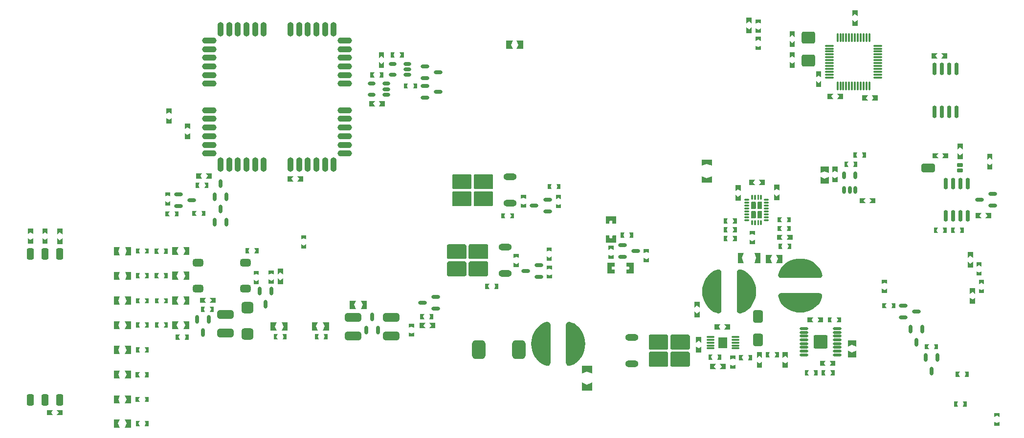
<source format=gtp>
G04*
G04 #@! TF.GenerationSoftware,Altium Limited,Altium Designer,18.1.7 (191)*
G04*
G04 Layer_Color=8421504*
%FSLAX24Y24*%
%MOIN*%
G70*
G01*
G75*
G04:AMPARAMS|DCode=24|XSize=96.5mil|YSize=90.6mil|CornerRadius=9.1mil|HoleSize=0mil|Usage=FLASHONLY|Rotation=0.000|XOffset=0mil|YOffset=0mil|HoleType=Round|Shape=RoundedRectangle|*
%AMROUNDEDRECTD24*
21,1,0.0965,0.0724,0,0,0.0*
21,1,0.0783,0.0906,0,0,0.0*
1,1,0.0181,0.0392,-0.0362*
1,1,0.0181,-0.0392,-0.0362*
1,1,0.0181,-0.0392,0.0362*
1,1,0.0181,0.0392,0.0362*
%
%ADD24ROUNDEDRECTD24*%
G04:AMPARAMS|DCode=25|XSize=43.3mil|YSize=23.6mil|CornerRadius=5.9mil|HoleSize=0mil|Usage=FLASHONLY|Rotation=180.000|XOffset=0mil|YOffset=0mil|HoleType=Round|Shape=RoundedRectangle|*
%AMROUNDEDRECTD25*
21,1,0.0433,0.0118,0,0,180.0*
21,1,0.0315,0.0236,0,0,180.0*
1,1,0.0118,-0.0157,0.0059*
1,1,0.0118,0.0157,0.0059*
1,1,0.0118,0.0157,-0.0059*
1,1,0.0118,-0.0157,-0.0059*
%
%ADD25ROUNDEDRECTD25*%
G04:AMPARAMS|DCode=26|XSize=94.5mil|YSize=59.1mil|CornerRadius=14.8mil|HoleSize=0mil|Usage=FLASHONLY|Rotation=180.000|XOffset=0mil|YOffset=0mil|HoleType=Round|Shape=RoundedRectangle|*
%AMROUNDEDRECTD26*
21,1,0.0945,0.0295,0,0,180.0*
21,1,0.0650,0.0591,0,0,180.0*
1,1,0.0295,-0.0325,0.0148*
1,1,0.0295,0.0325,0.0148*
1,1,0.0295,0.0325,-0.0148*
1,1,0.0295,-0.0325,-0.0148*
%
%ADD26ROUNDEDRECTD26*%
%ADD27O,0.0295X0.0800*%
%ADD28O,0.0591X0.0281*%
%ADD29O,0.0906X0.0454*%
G04:AMPARAMS|DCode=30|XSize=70.9mil|YSize=51.2mil|CornerRadius=12.8mil|HoleSize=0mil|Usage=FLASHONLY|Rotation=0.000|XOffset=0mil|YOffset=0mil|HoleType=Round|Shape=RoundedRectangle|*
%AMROUNDEDRECTD30*
21,1,0.0709,0.0256,0,0,0.0*
21,1,0.0453,0.0512,0,0,0.0*
1,1,0.0256,0.0226,-0.0128*
1,1,0.0256,-0.0226,-0.0128*
1,1,0.0256,-0.0226,0.0128*
1,1,0.0256,0.0226,0.0128*
%
%ADD30ROUNDEDRECTD30*%
G04:AMPARAMS|DCode=31|XSize=128mil|YSize=90.6mil|CornerRadius=22.6mil|HoleSize=0mil|Usage=FLASHONLY|Rotation=90.000|XOffset=0mil|YOffset=0mil|HoleType=Round|Shape=RoundedRectangle|*
%AMROUNDEDRECTD31*
21,1,0.1280,0.0453,0,0,90.0*
21,1,0.0827,0.0906,0,0,90.0*
1,1,0.0453,0.0226,0.0413*
1,1,0.0453,0.0226,-0.0413*
1,1,0.0453,-0.0226,-0.0413*
1,1,0.0453,-0.0226,0.0413*
%
%ADD31ROUNDEDRECTD31*%
%ADD32O,0.0433X0.0984*%
%ADD33O,0.0984X0.0433*%
%ADD34O,0.0236X0.0531*%
%ADD35O,0.0118X0.0630*%
%ADD36O,0.0630X0.0118*%
%ADD37O,0.0295X0.0850*%
G04:AMPARAMS|DCode=38|XSize=90.6mil|YSize=82.7mil|CornerRadius=12.4mil|HoleSize=0mil|Usage=FLASHONLY|Rotation=0.000|XOffset=0mil|YOffset=0mil|HoleType=Round|Shape=RoundedRectangle|*
%AMROUNDEDRECTD38*
21,1,0.0906,0.0579,0,0,0.0*
21,1,0.0657,0.0827,0,0,0.0*
1,1,0.0248,0.0329,-0.0289*
1,1,0.0248,-0.0329,-0.0289*
1,1,0.0248,-0.0329,0.0289*
1,1,0.0248,0.0329,0.0289*
%
%ADD38ROUNDEDRECTD38*%
%ADD39O,0.0591X0.0177*%
%ADD40O,0.0281X0.0591*%
%ADD41O,0.0335X0.0118*%
%ADD42O,0.0118X0.0335*%
%ADD43O,0.0531X0.0236*%
G04:AMPARAMS|DCode=44|XSize=82.7mil|YSize=78.7mil|CornerRadius=19.7mil|HoleSize=0mil|Usage=FLASHONLY|Rotation=180.000|XOffset=0mil|YOffset=0mil|HoleType=Round|Shape=RoundedRectangle|*
%AMROUNDEDRECTD44*
21,1,0.0827,0.0394,0,0,180.0*
21,1,0.0433,0.0787,0,0,180.0*
1,1,0.0394,-0.0217,0.0197*
1,1,0.0394,0.0217,0.0197*
1,1,0.0394,0.0217,-0.0197*
1,1,0.0394,-0.0217,-0.0197*
%
%ADD44ROUNDEDRECTD44*%
G04:AMPARAMS|DCode=45|XSize=110.2mil|YSize=59.1mil|CornerRadius=14.8mil|HoleSize=0mil|Usage=FLASHONLY|Rotation=180.000|XOffset=0mil|YOffset=0mil|HoleType=Round|Shape=RoundedRectangle|*
%AMROUNDEDRECTD45*
21,1,0.1102,0.0295,0,0,180.0*
21,1,0.0807,0.0591,0,0,180.0*
1,1,0.0295,-0.0404,0.0148*
1,1,0.0295,0.0404,0.0148*
1,1,0.0295,0.0404,-0.0148*
1,1,0.0295,-0.0404,-0.0148*
%
%ADD45ROUNDEDRECTD45*%
G04:AMPARAMS|DCode=46|XSize=86.6mil|YSize=68.9mil|CornerRadius=17.2mil|HoleSize=0mil|Usage=FLASHONLY|Rotation=90.000|XOffset=0mil|YOffset=0mil|HoleType=Round|Shape=RoundedRectangle|*
%AMROUNDEDRECTD46*
21,1,0.0866,0.0344,0,0,90.0*
21,1,0.0522,0.0689,0,0,90.0*
1,1,0.0344,0.0172,0.0261*
1,1,0.0344,0.0172,-0.0261*
1,1,0.0344,-0.0172,-0.0261*
1,1,0.0344,-0.0172,0.0261*
%
%ADD46ROUNDEDRECTD46*%
%ADD47R,0.0610X0.0728*%
%ADD48O,0.0571X0.0118*%
G04:AMPARAMS|DCode=49|XSize=78.7mil|YSize=47.2mil|CornerRadius=11.8mil|HoleSize=0mil|Usage=FLASHONLY|Rotation=270.000|XOffset=0mil|YOffset=0mil|HoleType=Round|Shape=RoundedRectangle|*
%AMROUNDEDRECTD49*
21,1,0.0787,0.0236,0,0,270.0*
21,1,0.0551,0.0472,0,0,270.0*
1,1,0.0236,-0.0118,-0.0276*
1,1,0.0236,-0.0118,0.0276*
1,1,0.0236,0.0118,0.0276*
1,1,0.0236,0.0118,-0.0276*
%
%ADD49ROUNDEDRECTD49*%
G36*
X61821Y28297D02*
X61644Y28415D01*
X61467Y28297D01*
Y28691D01*
X61821D01*
Y28297D01*
D02*
G37*
G36*
Y27628D02*
X61467D01*
Y28022D01*
X61644Y27903D01*
X61821Y28022D01*
Y27628D01*
D02*
G37*
G36*
X54596Y27795D02*
X54419Y27913D01*
X54242Y27795D01*
Y28189D01*
X54596D01*
Y27795D01*
D02*
G37*
G36*
X55226Y27787D02*
X55049Y27866D01*
X54872Y27787D01*
Y28063D01*
X55226D01*
Y27787D01*
D02*
G37*
G36*
X54596Y27126D02*
X54242D01*
Y27519D01*
X54419Y27401D01*
X54596Y27519D01*
Y27126D01*
D02*
G37*
G36*
X55226Y27177D02*
X54872D01*
Y27453D01*
X55049Y27374D01*
X55226Y27453D01*
Y27177D01*
D02*
G37*
G36*
X57540Y26863D02*
X57363Y26981D01*
X57186Y26863D01*
Y27256D01*
X57540D01*
Y26863D01*
D02*
G37*
G36*
X55226Y26606D02*
X55049Y26685D01*
X54872Y26606D01*
Y26882D01*
X55226D01*
Y26606D01*
D02*
G37*
G36*
X57540Y26193D02*
X57186D01*
Y26587D01*
X57363Y26469D01*
X57540Y26587D01*
Y26193D01*
D02*
G37*
G36*
X55226Y25996D02*
X54872D01*
Y26272D01*
X55049Y26193D01*
X55226Y26272D01*
Y25996D01*
D02*
G37*
G36*
X39026Y26053D02*
X38573D01*
X38701Y26339D01*
X38573Y26624D01*
X39026D01*
Y26053D01*
D02*
G37*
G36*
X38189Y26339D02*
X38317Y26053D01*
X37864D01*
Y26624D01*
X38317D01*
X38189Y26339D01*
D02*
G37*
G36*
X30886Y25472D02*
X30610D01*
X30689Y25650D01*
X30610Y25827D01*
X30886D01*
Y25472D01*
D02*
G37*
G36*
X30197Y25650D02*
X30276Y25472D01*
X30000D01*
Y25827D01*
X30276D01*
X30197Y25650D01*
D02*
G37*
G36*
X57539Y25445D02*
X57362Y25563D01*
X57185Y25445D01*
Y25839D01*
X57539D01*
Y25445D01*
D02*
G37*
G36*
X29547Y25433D02*
X29370Y25551D01*
X29193Y25433D01*
Y25827D01*
X29547D01*
Y25433D01*
D02*
G37*
G36*
X67935Y25404D02*
X67542D01*
X67660Y25581D01*
X67542Y25758D01*
X67935D01*
Y25404D01*
D02*
G37*
G36*
X67148Y25581D02*
X67266Y25404D01*
X66872D01*
Y25758D01*
X67266D01*
X67148Y25581D01*
D02*
G37*
G36*
X57539Y24776D02*
X57185D01*
Y25170D01*
X57362Y25052D01*
X57539Y25170D01*
Y24776D01*
D02*
G37*
G36*
X29547Y24764D02*
X29193D01*
Y25157D01*
X29370Y25039D01*
X29547Y25157D01*
Y24764D01*
D02*
G37*
G36*
X59341Y24126D02*
X59163Y24244D01*
X58986Y24126D01*
Y24520D01*
X59341D01*
Y24126D01*
D02*
G37*
G36*
X29498Y24104D02*
X29222D01*
X29301Y24281D01*
X29222Y24459D01*
X29498D01*
Y24104D01*
D02*
G37*
G36*
X28809Y24281D02*
X28888Y24104D01*
X28612D01*
Y24459D01*
X28888D01*
X28809Y24281D01*
D02*
G37*
G36*
X59341Y23457D02*
X58986D01*
Y23851D01*
X59163Y23733D01*
X59341Y23851D01*
Y23457D01*
D02*
G37*
G36*
X31791Y23356D02*
X31516D01*
X31594Y23533D01*
X31516Y23711D01*
X31791D01*
Y23356D01*
D02*
G37*
G36*
X31103Y23533D02*
X31181Y23356D01*
X30906D01*
Y23711D01*
X31181D01*
X31103Y23533D01*
D02*
G37*
G36*
X60827Y22640D02*
X60433D01*
X60551Y22817D01*
X60433Y22994D01*
X60827D01*
Y22640D01*
D02*
G37*
G36*
X60039Y22817D02*
X60157Y22640D01*
X59764D01*
Y22994D01*
X60157D01*
X60039Y22817D01*
D02*
G37*
G36*
X63189Y22532D02*
X62795D01*
X62913Y22709D01*
X62795Y22886D01*
X63189D01*
Y22532D01*
D02*
G37*
G36*
X62402Y22709D02*
X62520Y22532D01*
X62126D01*
Y22886D01*
X62520D01*
X62402Y22709D01*
D02*
G37*
G36*
X29587Y22136D02*
X29193D01*
X29311Y22313D01*
X29193Y22490D01*
X29587D01*
Y22136D01*
D02*
G37*
G36*
X28799Y22313D02*
X28917Y22136D01*
X28524D01*
Y22490D01*
X28917D01*
X28799Y22313D01*
D02*
G37*
G36*
X15059Y21614D02*
X14882Y21732D01*
X14705Y21614D01*
Y22008D01*
X15059D01*
Y21614D01*
D02*
G37*
G36*
Y20945D02*
X14705D01*
Y21339D01*
X14882Y21220D01*
X15059Y21339D01*
Y20945D01*
D02*
G37*
G36*
X16319Y20581D02*
X16142Y20699D01*
X15965Y20581D01*
Y20974D01*
X16319D01*
Y20581D01*
D02*
G37*
G36*
Y19911D02*
X15965D01*
Y20305D01*
X16142Y20187D01*
X16319Y20305D01*
Y19911D01*
D02*
G37*
G36*
X68986Y19203D02*
X68809Y19321D01*
X68632Y19203D01*
Y19596D01*
X68986D01*
Y19203D01*
D02*
G37*
G36*
Y18533D02*
X68632D01*
Y18927D01*
X68809Y18809D01*
X68986Y18927D01*
Y18533D01*
D02*
G37*
G36*
X62411Y18632D02*
X62136D01*
X62215Y18809D01*
X62136Y18986D01*
X62411D01*
Y18632D01*
D02*
G37*
G36*
X61723Y18809D02*
X61801Y18632D01*
X61526D01*
Y18986D01*
X61801D01*
X61723Y18809D01*
D02*
G37*
G36*
X67986Y18583D02*
X67593D01*
X67711Y18760D01*
X67593Y18937D01*
X67986D01*
Y18583D01*
D02*
G37*
G36*
X67199Y18760D02*
X67317Y18583D01*
X66923D01*
Y18937D01*
X67317D01*
X67199Y18760D01*
D02*
G37*
G36*
X71014Y18510D02*
X70837Y18628D01*
X70659Y18510D01*
Y18904D01*
X71014D01*
Y18510D01*
D02*
G37*
G36*
Y17841D02*
X70659D01*
Y18235D01*
X70837Y18117D01*
X71014Y18235D01*
Y17841D01*
D02*
G37*
G36*
X51890Y18081D02*
X51545Y18199D01*
X51201Y18081D01*
Y18494D01*
X51890D01*
Y18081D01*
D02*
G37*
G36*
X61801Y18002D02*
X61526D01*
X61604Y18179D01*
X61526Y18356D01*
X61801D01*
Y18002D01*
D02*
G37*
G36*
X61112Y18179D02*
X61191Y18002D01*
X60916D01*
Y18356D01*
X61191D01*
X61112Y18179D01*
D02*
G37*
G36*
X60453Y17618D02*
X60276Y17736D01*
X60098Y17618D01*
Y18012D01*
X60453D01*
Y17618D01*
D02*
G37*
G36*
X59852Y17579D02*
X59567Y17707D01*
X59282Y17579D01*
Y18032D01*
X59852D01*
Y17579D01*
D02*
G37*
G36*
X36932Y17493D02*
X36962Y17462D01*
X36979Y17422D01*
X36979Y17401D01*
X36979Y17401D01*
X36979Y16604D01*
X36978Y16582D01*
X36961Y16542D01*
X36930Y16511D01*
X36889Y16495D01*
X36868Y16496D01*
X36868Y16496D01*
X35767Y16496D01*
X35746Y16496D01*
X35706Y16513D01*
X35675Y16545D01*
X35659Y16585D01*
X35660Y16607D01*
X35660Y17401D01*
Y17412D01*
X35664Y17432D01*
X35672Y17452D01*
X35684Y17469D01*
X35691Y17476D01*
X35691Y17476D01*
X35699Y17484D01*
X35717Y17497D01*
X35738Y17505D01*
X35760Y17509D01*
X35771Y17509D01*
X35771Y17509D01*
X36870Y17509D01*
X36892Y17509D01*
X36932Y17493D01*
D02*
G37*
G36*
X51890Y16939D02*
X51201D01*
Y17352D01*
X51545Y17234D01*
X51890Y17352D01*
Y16939D01*
D02*
G37*
G36*
X60453Y16949D02*
X60098D01*
Y17343D01*
X60276Y17224D01*
X60453Y17343D01*
Y16949D01*
D02*
G37*
G36*
X17805Y17205D02*
X17411D01*
X17530Y17382D01*
X17411Y17559D01*
X17805D01*
Y17205D01*
D02*
G37*
G36*
X17018Y17382D02*
X17136Y17205D01*
X16742D01*
Y17559D01*
X17136D01*
X17018Y17382D01*
D02*
G37*
G36*
X59852Y16870D02*
X59282D01*
Y17323D01*
X59567Y17195D01*
X59852Y17323D01*
Y16870D01*
D02*
G37*
G36*
X24035Y17008D02*
X23642D01*
X23760Y17185D01*
X23642Y17362D01*
X24035D01*
Y17008D01*
D02*
G37*
G36*
X23248Y17185D02*
X23366Y17008D01*
X22972D01*
Y17362D01*
X23366D01*
X23248Y17185D01*
D02*
G37*
G36*
X55492Y16762D02*
X55098D01*
X55217Y16939D01*
X55098Y17116D01*
X55492D01*
Y16762D01*
D02*
G37*
G36*
X54705Y16939D02*
X54823Y16762D01*
X54429D01*
Y17116D01*
X54823D01*
X54705Y16939D01*
D02*
G37*
G36*
X17579Y16565D02*
X17303D01*
X17382Y16742D01*
X17303Y16919D01*
X17579D01*
Y16565D01*
D02*
G37*
G36*
X16890Y16742D02*
X16968Y16565D01*
X16693D01*
Y16919D01*
X16968D01*
X16890Y16742D01*
D02*
G37*
G36*
X34294Y17509D02*
X35395D01*
X35417Y17509D01*
X35457Y17492D01*
X35487Y17460D01*
X35503Y17420D01*
X35502Y17398D01*
X35502Y17398D01*
X35502Y16604D01*
Y16593D01*
X35498Y16573D01*
X35490Y16553D01*
X35479Y16536D01*
X35471Y16528D01*
X35471Y16528D01*
X35463Y16521D01*
X35445Y16508D01*
X35424Y16500D01*
X35403Y16495D01*
X35391Y16495D01*
X35391Y16495D01*
X34292Y16495D01*
X34271Y16495D01*
X34231Y16512D01*
X34200Y16542D01*
X34183Y16582D01*
X34183Y16604D01*
X34183Y16604D01*
X34183Y17401D01*
X34184Y17423D01*
X34201Y17463D01*
X34232Y17493D01*
X34273Y17509D01*
X34294Y17509D01*
D02*
G37*
G36*
X41575Y16486D02*
X41299D01*
X41378Y16663D01*
X41299Y16840D01*
X41575D01*
Y16486D01*
D02*
G37*
G36*
X40886Y16663D02*
X40965Y16486D01*
X40689D01*
Y16840D01*
X40965D01*
X40886Y16663D01*
D02*
G37*
G36*
X56485Y16388D02*
X56308Y16506D01*
X56131Y16388D01*
Y16781D01*
X56485D01*
Y16388D01*
D02*
G37*
G36*
X53858Y16358D02*
X53681Y16476D01*
X53504Y16358D01*
Y16752D01*
X53858D01*
Y16358D01*
D02*
G37*
G36*
X56485Y15718D02*
X56131D01*
Y16112D01*
X56308Y15994D01*
X56485Y16112D01*
Y15718D01*
D02*
G37*
G36*
X14970Y15984D02*
X14793Y16063D01*
X14616Y15984D01*
Y16260D01*
X14970D01*
Y15984D01*
D02*
G37*
G36*
X53858Y15689D02*
X53504D01*
Y16083D01*
X53681Y15965D01*
X53858Y16083D01*
Y15689D01*
D02*
G37*
G36*
X39222Y15827D02*
X39045Y15905D01*
X38868Y15827D01*
Y16102D01*
X39222D01*
Y15827D01*
D02*
G37*
G36*
X41614Y15807D02*
X41437Y15886D01*
X41260Y15807D01*
Y16083D01*
X41614D01*
Y15807D01*
D02*
G37*
G36*
X55087Y16081D02*
X55102Y16043D01*
Y15807D01*
X55087Y15769D01*
X55049Y15754D01*
X55012Y15769D01*
X54996Y15807D01*
Y16043D01*
X55012Y16081D01*
X55049Y16097D01*
X55087Y16081D01*
D02*
G37*
G36*
X54870D02*
X54886Y16043D01*
Y15807D01*
X54870Y15769D01*
X54833Y15754D01*
X54795Y15769D01*
X54779Y15807D01*
Y16043D01*
X54795Y16081D01*
X54833Y16097D01*
X54870Y16081D01*
D02*
G37*
G36*
X14970Y15374D02*
X14616D01*
Y15650D01*
X14793Y15571D01*
X14970Y15650D01*
Y15374D01*
D02*
G37*
G36*
X63032Y15512D02*
X62638D01*
X62756Y15689D01*
X62638Y15866D01*
X63032D01*
Y15512D01*
D02*
G37*
G36*
X62244Y15689D02*
X62362Y15512D01*
X61968D01*
Y15866D01*
X62362D01*
X62244Y15689D01*
D02*
G37*
G36*
X39222Y15217D02*
X38868D01*
Y15492D01*
X39045Y15413D01*
X39222Y15492D01*
Y15217D01*
D02*
G37*
G36*
X41614Y15197D02*
X41260D01*
Y15473D01*
X41437Y15394D01*
X41614Y15473D01*
Y15197D01*
D02*
G37*
G36*
X35771Y16339D02*
X36871D01*
X36893Y16338D01*
X36933Y16321D01*
X36963Y16290D01*
X36979Y16249D01*
X36978Y16228D01*
X36978Y16228D01*
X36978Y15433D01*
Y15423D01*
X36974Y15402D01*
X36966Y15383D01*
X36955Y15365D01*
X36947Y15358D01*
X36947Y15358D01*
X36939Y15350D01*
X36921Y15338D01*
X36900Y15329D01*
X36879Y15325D01*
X36867Y15325D01*
X36867Y15325D01*
X35768Y15325D01*
X35747Y15325D01*
X35707Y15341D01*
X35676Y15372D01*
X35659Y15412D01*
X35659Y15433D01*
X35659Y15433D01*
X35659Y16231D01*
X35660Y16252D01*
X35677Y16292D01*
X35708Y16323D01*
X35749Y16339D01*
X35771Y16339D01*
D02*
G37*
G36*
X34294D02*
X35395D01*
X35417Y16338D01*
X35457Y16321D01*
X35487Y16290D01*
X35503Y16249D01*
X35502Y16228D01*
X35502Y16228D01*
X35502Y15433D01*
Y15423D01*
X35498Y15402D01*
X35490Y15383D01*
X35479Y15365D01*
X35471Y15358D01*
X35471Y15358D01*
X35463Y15350D01*
X35445Y15338D01*
X35424Y15329D01*
X35403Y15325D01*
X35391Y15325D01*
X35391Y15325D01*
X34292Y15325D01*
X34271Y15325D01*
X34231Y15341D01*
X34200Y15372D01*
X34183Y15412D01*
X34183Y15433D01*
X34183Y15433D01*
X34183Y16231D01*
X34184Y16252D01*
X34201Y16292D01*
X34232Y16323D01*
X34273Y16339D01*
X34294Y16339D01*
D02*
G37*
G36*
X55285Y15620D02*
X55307Y15598D01*
X55315Y15569D01*
Y15175D01*
X55307Y15146D01*
X55285Y15124D01*
X55256Y15116D01*
X55059D01*
X55030Y15124D01*
X55008Y15146D01*
X55000Y15175D01*
Y15569D01*
X55008Y15598D01*
X55030Y15620D01*
X55059Y15628D01*
X55256D01*
X55285Y15620D01*
D02*
G37*
G36*
X54852D02*
X54874Y15598D01*
X54882Y15569D01*
Y15175D01*
X54874Y15146D01*
X54852Y15124D01*
X54823Y15116D01*
X54626D01*
X54596Y15124D01*
X54575Y15146D01*
X54567Y15175D01*
Y15569D01*
X54575Y15598D01*
X54596Y15620D01*
X54626Y15628D01*
X54823D01*
X54852Y15620D01*
D02*
G37*
G36*
X17362Y14646D02*
X17086D01*
X17165Y14823D01*
X17086Y15000D01*
X17362D01*
Y14646D01*
D02*
G37*
G36*
X16673Y14823D02*
X16752Y14646D01*
X16476D01*
Y15000D01*
X16752D01*
X16673Y14823D01*
D02*
G37*
G36*
X15532Y14616D02*
X15256D01*
X15335Y14793D01*
X15256Y14970D01*
X15532D01*
Y14616D01*
D02*
G37*
G36*
X14843Y14793D02*
X14921Y14616D01*
X14646D01*
Y14970D01*
X14921D01*
X14843Y14793D01*
D02*
G37*
G36*
X70935Y14498D02*
X70541D01*
X70659Y14675D01*
X70541Y14852D01*
X70935D01*
Y14498D01*
D02*
G37*
G36*
X70148Y14675D02*
X70266Y14498D01*
X69872D01*
Y14852D01*
X70266D01*
X70148Y14675D01*
D02*
G37*
G36*
X38415Y14488D02*
X38140D01*
X38219Y14665D01*
X38140Y14843D01*
X38415D01*
Y14488D01*
D02*
G37*
G36*
X37727Y14665D02*
X37805Y14488D01*
X37530D01*
Y14843D01*
X37805D01*
X37727Y14665D01*
D02*
G37*
G36*
X55285Y14990D02*
X55307Y14969D01*
X55315Y14939D01*
Y14545D01*
X55307Y14516D01*
X55285Y14494D01*
X55256Y14486D01*
X55059D01*
X55030Y14494D01*
X55008Y14516D01*
X55000Y14545D01*
Y14939D01*
X55008Y14969D01*
X55030Y14990D01*
X55059Y14998D01*
X55256D01*
X55285Y14990D01*
D02*
G37*
G36*
X54852D02*
X54874Y14969D01*
X54882Y14939D01*
Y14545D01*
X54874Y14516D01*
X54852Y14494D01*
X54823Y14486D01*
X54626D01*
X54596Y14494D01*
X54575Y14516D01*
X54567Y14545D01*
Y14939D01*
X54575Y14969D01*
X54596Y14990D01*
X54626Y14998D01*
X54823D01*
X54852Y14990D01*
D02*
G37*
G36*
X57264Y14222D02*
X56988D01*
X57067Y14400D01*
X56988Y14577D01*
X57264D01*
Y14222D01*
D02*
G37*
G36*
X56575Y14400D02*
X56654Y14222D01*
X56378D01*
Y14577D01*
X56654D01*
X56575Y14400D01*
D02*
G37*
G36*
X45361Y14628D02*
X45370Y14607D01*
Y14154D01*
X45361Y14133D01*
X45340Y14124D01*
X45137D01*
X45117Y14133D01*
X45108Y14154D01*
Y14292D01*
X45099Y14313D01*
X45078Y14321D01*
X44941D01*
X44920Y14313D01*
X44911Y14292D01*
Y14154D01*
X44902Y14133D01*
X44882Y14124D01*
X44679D01*
X44658Y14133D01*
X44649Y14154D01*
Y14607D01*
X44658Y14628D01*
X44679Y14636D01*
X45340D01*
X45361Y14628D01*
D02*
G37*
G36*
X53583Y14124D02*
X53307D01*
X53386Y14301D01*
X53307Y14478D01*
X53583D01*
Y14124D01*
D02*
G37*
G36*
X52894Y14301D02*
X52973Y14124D01*
X52697D01*
Y14478D01*
X52973D01*
X52894Y14301D01*
D02*
G37*
G36*
X55087Y14349D02*
X55102Y14311D01*
Y14075D01*
X55087Y14037D01*
X55049Y14022D01*
X55012Y14037D01*
X54996Y14075D01*
Y14311D01*
X55012Y14349D01*
X55049Y14364D01*
X55087Y14349D01*
D02*
G37*
G36*
X54870D02*
X54886Y14311D01*
Y14075D01*
X54870Y14037D01*
X54833Y14022D01*
X54795Y14037D01*
X54779Y14075D01*
Y14311D01*
X54795Y14349D01*
X54833Y14364D01*
X54870Y14349D01*
D02*
G37*
G36*
X57264Y13622D02*
X56988D01*
X57067Y13799D01*
X56988Y13976D01*
X57264D01*
Y13622D01*
D02*
G37*
G36*
X56575Y13799D02*
X56654Y13622D01*
X56378D01*
Y13976D01*
X56654D01*
X56575Y13799D01*
D02*
G37*
G36*
X53583Y13524D02*
X53307D01*
X53386Y13701D01*
X53307Y13878D01*
X53583D01*
Y13524D01*
D02*
G37*
G36*
X52894Y13701D02*
X52973Y13524D01*
X52697D01*
Y13878D01*
X52973D01*
X52894Y13701D01*
D02*
G37*
G36*
X69075Y13494D02*
X68799D01*
X68878Y13671D01*
X68799Y13848D01*
X69075D01*
Y13494D01*
D02*
G37*
G36*
X68386Y13671D02*
X68465Y13494D01*
X68189D01*
Y13848D01*
X68465D01*
X68386Y13671D01*
D02*
G37*
G36*
X67904Y13494D02*
X67628D01*
X67707Y13671D01*
X67628Y13848D01*
X67904D01*
Y13494D01*
D02*
G37*
G36*
X67215Y13671D02*
X67294Y13494D01*
X67018D01*
Y13848D01*
X67294D01*
X67215Y13671D01*
D02*
G37*
G36*
X6613Y13415D02*
X6436Y13533D01*
X6259Y13415D01*
Y13809D01*
X6613D01*
Y13415D01*
D02*
G37*
G36*
X5619D02*
X5442Y13533D01*
X5265Y13415D01*
Y13809D01*
X5619D01*
Y13415D01*
D02*
G37*
G36*
X7617Y13396D02*
X7440Y13514D01*
X7263Y13396D01*
Y13789D01*
X7617D01*
Y13396D01*
D02*
G37*
G36*
X54823Y13346D02*
X54646Y13425D01*
X54468Y13346D01*
Y13622D01*
X54823D01*
Y13346D01*
D02*
G37*
G36*
X46545Y13159D02*
X46269D01*
X46348Y13337D01*
X46269Y13514D01*
X46545D01*
Y13159D01*
D02*
G37*
G36*
X45856Y13337D02*
X45935Y13159D01*
X45659D01*
Y13514D01*
X45935D01*
X45856Y13337D01*
D02*
G37*
G36*
X45361Y13328D02*
X45370Y13307D01*
Y12854D01*
X45361Y12833D01*
X45340Y12824D01*
X44679D01*
X44658Y12833D01*
X44649Y12854D01*
Y13307D01*
X44658Y13328D01*
X44679Y13336D01*
X44882D01*
X44902Y13328D01*
X44911Y13307D01*
Y13169D01*
X44920Y13148D01*
X44941Y13139D01*
X45078D01*
X45099Y13148D01*
X45108Y13169D01*
Y13307D01*
X45117Y13328D01*
X45137Y13336D01*
X45340D01*
X45361Y13328D01*
D02*
G37*
G36*
X24242Y13051D02*
X24065Y13130D01*
X23888Y13051D01*
Y13327D01*
X24242D01*
Y13051D01*
D02*
G37*
G36*
X57382Y13022D02*
X56988D01*
X57106Y13199D01*
X56988Y13376D01*
X57382D01*
Y13022D01*
D02*
G37*
G36*
X56594Y13199D02*
X56713Y13022D01*
X56319D01*
Y13376D01*
X56713D01*
X56594Y13199D01*
D02*
G37*
G36*
X6613Y12746D02*
X6259D01*
Y13140D01*
X6436Y13022D01*
X6613Y13140D01*
Y12746D01*
D02*
G37*
G36*
X5619D02*
X5265D01*
Y13140D01*
X5442Y13022D01*
X5619Y13140D01*
Y12746D01*
D02*
G37*
G36*
X7617Y12726D02*
X7263D01*
Y13120D01*
X7440Y13002D01*
X7617Y13120D01*
Y12726D01*
D02*
G37*
G36*
X54823Y12736D02*
X54468D01*
Y13012D01*
X54646Y12933D01*
X54823Y13012D01*
Y12736D01*
D02*
G37*
G36*
X53583Y12923D02*
X53307D01*
X53386Y13100D01*
X53307Y13278D01*
X53583D01*
Y12923D01*
D02*
G37*
G36*
X52894Y13100D02*
X52973Y12923D01*
X52697D01*
Y13278D01*
X52973D01*
X52894Y13100D01*
D02*
G37*
G36*
X36587Y12709D02*
X36618Y12679D01*
X36634Y12639D01*
X36634Y12617D01*
X36634Y12617D01*
X36634Y11820D01*
X36634Y11798D01*
X36617Y11758D01*
X36585Y11728D01*
X36545Y11712D01*
X36523Y11712D01*
X36523Y11712D01*
X35423Y11712D01*
X35401Y11713D01*
X35361Y11730D01*
X35331Y11761D01*
X35315Y11802D01*
X35315Y11823D01*
X35315Y12618D01*
Y12628D01*
X35319Y12649D01*
X35327Y12668D01*
X35339Y12686D01*
X35346Y12693D01*
X35346Y12693D01*
X35354Y12701D01*
X35373Y12713D01*
X35393Y12722D01*
X35415Y12726D01*
X35426Y12726D01*
X35426Y12726D01*
X36526Y12726D01*
X36547Y12726D01*
X36587Y12709D01*
D02*
G37*
G36*
X24242Y12441D02*
X23888D01*
Y12717D01*
X24065Y12638D01*
X24242Y12717D01*
Y12441D01*
D02*
G37*
G36*
X57313Y12403D02*
X57037D01*
X57116Y12580D01*
X57037Y12757D01*
X57313D01*
Y12403D01*
D02*
G37*
G36*
X56624Y12580D02*
X56703Y12403D01*
X56427D01*
Y12757D01*
X56703D01*
X56624Y12580D01*
D02*
G37*
G36*
X45187Y12343D02*
X45010Y12421D01*
X44833Y12343D01*
Y12618D01*
X45187D01*
Y12343D01*
D02*
G37*
G36*
X40974Y12214D02*
X40797Y12293D01*
X40620Y12214D01*
Y12490D01*
X40974D01*
Y12214D01*
D02*
G37*
G36*
X47598Y12116D02*
X47421Y12195D01*
X47244Y12116D01*
Y12392D01*
X47598D01*
Y12116D01*
D02*
G37*
G36*
X20984Y12106D02*
X20708D01*
X20787Y12283D01*
X20708Y12461D01*
X20984D01*
Y12106D01*
D02*
G37*
G36*
X20295Y12283D02*
X20374Y12106D01*
X20098D01*
Y12461D01*
X20374D01*
X20295Y12283D01*
D02*
G37*
G36*
X13514Y12080D02*
X13238D01*
X13317Y12257D01*
X13238Y12435D01*
X13514D01*
Y12080D01*
D02*
G37*
G36*
X12825Y12257D02*
X12904Y12080D01*
X12628D01*
Y12435D01*
X12904D01*
X12825Y12257D01*
D02*
G37*
G36*
X14793Y12070D02*
X14518D01*
X14596Y12248D01*
X14518Y12425D01*
X14793D01*
Y12070D01*
D02*
G37*
G36*
X14105Y12248D02*
X14183Y12070D01*
X13908D01*
Y12425D01*
X14183D01*
X14105Y12248D01*
D02*
G37*
G36*
X16270Y11978D02*
X15856D01*
X15984Y12254D01*
X15856Y12529D01*
X16270D01*
Y11978D01*
D02*
G37*
G36*
X15394Y12254D02*
X15522Y11978D01*
X15108D01*
Y12529D01*
X15522D01*
X15394Y12254D01*
D02*
G37*
G36*
X12295Y11972D02*
X11882D01*
X12009Y12248D01*
X11882Y12523D01*
X12295D01*
Y11972D01*
D02*
G37*
G36*
X11419Y12248D02*
X11547Y11972D01*
X11133D01*
Y12523D01*
X11547D01*
X11419Y12248D01*
D02*
G37*
G36*
X45187Y11733D02*
X44833D01*
Y12008D01*
X45010Y11929D01*
X45187Y12008D01*
Y11733D01*
D02*
G37*
G36*
X69685Y11801D02*
X69508Y11919D01*
X69331Y11801D01*
Y12195D01*
X69685D01*
Y11801D01*
D02*
G37*
G36*
X40974Y11604D02*
X40620D01*
Y11880D01*
X40797Y11801D01*
X40974Y11880D01*
Y11604D01*
D02*
G37*
G36*
X38735Y11781D02*
X38558Y11860D01*
X38381Y11781D01*
Y12057D01*
X38735D01*
Y11781D01*
D02*
G37*
G36*
X33950Y12726D02*
X35050D01*
X35072Y12725D01*
X35112Y12708D01*
X35142Y12677D01*
X35158Y12636D01*
X35158Y12615D01*
X35158Y12615D01*
X35158Y11820D01*
Y11810D01*
X35154Y11789D01*
X35146Y11770D01*
X35134Y11752D01*
X35127Y11745D01*
X35127Y11745D01*
X35119Y11737D01*
X35100Y11725D01*
X35080Y11716D01*
X35058Y11712D01*
X35047Y11712D01*
X35047Y11712D01*
X33948Y11712D01*
X33926Y11712D01*
X33886Y11728D01*
X33856Y11759D01*
X33839Y11799D01*
X33839Y11821D01*
X33839Y11821D01*
X33839Y12618D01*
X33839Y12640D01*
X33857Y12680D01*
X33888Y12710D01*
X33928Y12726D01*
X33950Y12726D01*
D02*
G37*
G36*
X47598Y11506D02*
X47244D01*
Y11782D01*
X47421Y11703D01*
X47598Y11782D01*
Y11506D01*
D02*
G37*
G36*
X56713Y11437D02*
X56260D01*
X56388Y11722D01*
X56260Y12008D01*
X56713D01*
Y11437D01*
D02*
G37*
G36*
X55876Y11722D02*
X56004Y11437D01*
X55551D01*
Y12008D01*
X56004D01*
X55876Y11722D01*
D02*
G37*
G36*
X55207Y11437D02*
X54793D01*
X54911Y11782D01*
X54793Y12126D01*
X55207D01*
Y11437D01*
D02*
G37*
G36*
X53947Y11782D02*
X54065Y11437D01*
X53652D01*
Y12126D01*
X54065D01*
X53947Y11782D01*
D02*
G37*
G36*
X69685Y11132D02*
X69331D01*
Y11526D01*
X69508Y11407D01*
X69685Y11526D01*
Y11132D01*
D02*
G37*
G36*
X38735Y11171D02*
X38381D01*
Y11447D01*
X38558Y11368D01*
X38735Y11447D01*
Y11171D01*
D02*
G37*
G36*
X70276Y11210D02*
X70098Y11289D01*
X69921Y11210D01*
Y11486D01*
X70276D01*
Y11210D01*
D02*
G37*
G36*
X40984Y10994D02*
X40807Y11073D01*
X40630Y10994D01*
Y11270D01*
X40984D01*
Y10994D01*
D02*
G37*
G36*
X70276Y10600D02*
X69921D01*
Y10876D01*
X70098Y10797D01*
X70276Y10876D01*
Y10600D01*
D02*
G37*
G36*
X46557Y11455D02*
X46565Y11434D01*
Y10773D01*
X46557Y10752D01*
X46536Y10743D01*
X46083D01*
X46062Y10752D01*
X46054Y10773D01*
Y10976D01*
X46062Y10996D01*
X46083Y11005D01*
X46221D01*
X46242Y11014D01*
X46250Y11035D01*
Y11172D01*
X46242Y11193D01*
X46221Y11202D01*
X46083D01*
X46062Y11211D01*
X46054Y11231D01*
Y11434D01*
X46062Y11455D01*
X46083Y11464D01*
X46536D01*
X46557Y11455D01*
D02*
G37*
G36*
X45257D02*
X45265Y11434D01*
Y11231D01*
X45257Y11211D01*
X45236Y11202D01*
X45098D01*
X45077Y11193D01*
X45068Y11172D01*
Y11035D01*
X45077Y11014D01*
X45098Y11005D01*
X45236D01*
X45257Y10996D01*
X45265Y10976D01*
Y10773D01*
X45257Y10752D01*
X45236Y10743D01*
X44783D01*
X44762Y10752D01*
X44754Y10773D01*
Y11434D01*
X44762Y11455D01*
X44783Y11464D01*
X45236D01*
X45257Y11455D01*
D02*
G37*
G36*
X22649Y10669D02*
X22472Y10787D01*
X22294Y10669D01*
Y11063D01*
X22649D01*
Y10669D01*
D02*
G37*
G36*
X22029Y10650D02*
X21851Y10728D01*
X21674Y10650D01*
Y10925D01*
X22029D01*
Y10650D01*
D02*
G37*
G36*
X21014Y10620D02*
X20837Y10699D01*
X20659Y10620D01*
Y10896D01*
X21014D01*
Y10620D01*
D02*
G37*
G36*
X40984Y10384D02*
X40630D01*
Y10660D01*
X40807Y10581D01*
X40984Y10660D01*
Y10384D01*
D02*
G37*
G36*
X35426Y11555D02*
X36526D01*
X36548Y11555D01*
X36588Y11537D01*
X36618Y11506D01*
X36634Y11466D01*
X36634Y11444D01*
X36634Y11444D01*
X36634Y10649D01*
Y10639D01*
X36630Y10619D01*
X36622Y10599D01*
X36610Y10582D01*
X36603Y10574D01*
X36603Y10574D01*
X36595Y10567D01*
X36576Y10554D01*
X36556Y10546D01*
X36534Y10541D01*
X36523Y10541D01*
X36523Y10541D01*
X35424Y10541D01*
X35402Y10541D01*
X35362Y10558D01*
X35332Y10588D01*
X35315Y10628D01*
X35315Y10650D01*
X35315Y10650D01*
X35315Y11447D01*
X35315Y11469D01*
X35333Y11509D01*
X35364Y11539D01*
X35404Y11555D01*
X35426Y11555D01*
D02*
G37*
G36*
X33950D02*
X35050D01*
X35072Y11555D01*
X35112Y11537D01*
X35142Y11506D01*
X35158Y11466D01*
X35158Y11444D01*
X35158Y11444D01*
X35158Y10649D01*
Y10639D01*
X35154Y10619D01*
X35146Y10599D01*
X35134Y10582D01*
X35127Y10574D01*
X35127Y10574D01*
X35119Y10567D01*
X35100Y10554D01*
X35080Y10546D01*
X35058Y10541D01*
X35047Y10541D01*
X35047Y10541D01*
X33948Y10541D01*
X33926Y10541D01*
X33886Y10558D01*
X33856Y10588D01*
X33839Y10628D01*
X33839Y10650D01*
X33839Y10650D01*
X33839Y11447D01*
X33839Y11469D01*
X33857Y11509D01*
X33888Y11539D01*
X33928Y11555D01*
X33950Y11555D01*
D02*
G37*
G36*
X58136Y11729D02*
X58354Y11685D01*
X58565Y11612D01*
X58764Y11512D01*
X58948Y11386D01*
X59113Y11237D01*
X59115Y11235D01*
X59221Y11108D01*
X59305Y10967D01*
X59366Y10814D01*
X59408Y10680D01*
X59417Y10607D01*
X59398Y10536D01*
X59354Y10477D01*
X59292Y10438D01*
X59220Y10424D01*
X56614D01*
X56540Y10438D01*
X56476Y10478D01*
X56431Y10539D01*
X56412Y10612D01*
X56421Y10688D01*
X56461Y10817D01*
X56522Y10968D01*
X56605Y11108D01*
X56709Y11233D01*
X56714Y11237D01*
X56879Y11386D01*
X57063Y11512D01*
X57262Y11612D01*
X57473Y11685D01*
X57691Y11729D01*
X57913Y11744D01*
X58136Y11729D01*
D02*
G37*
G36*
X14793Y10395D02*
X14518D01*
X14596Y10572D01*
X14518Y10749D01*
X14793D01*
Y10395D01*
D02*
G37*
G36*
X14105Y10572D02*
X14183Y10395D01*
X13908D01*
Y10749D01*
X14183D01*
X14105Y10572D01*
D02*
G37*
G36*
X13514Y10395D02*
X13238D01*
X13317Y10572D01*
X13238Y10749D01*
X13514D01*
Y10395D01*
D02*
G37*
G36*
X12825Y10572D02*
X12904Y10395D01*
X12628D01*
Y10749D01*
X12904D01*
X12825Y10572D01*
D02*
G37*
G36*
X16270Y10295D02*
X15856D01*
X15984Y10571D01*
X15856Y10846D01*
X16270D01*
Y10295D01*
D02*
G37*
G36*
X15394Y10571D02*
X15522Y10295D01*
X15108D01*
Y10846D01*
X15522D01*
X15394Y10571D01*
D02*
G37*
G36*
X12295Y10287D02*
X11882D01*
X12009Y10562D01*
X11882Y10838D01*
X12295D01*
Y10287D01*
D02*
G37*
G36*
X11419Y10562D02*
X11547Y10287D01*
X11133D01*
Y10838D01*
X11547D01*
X11419Y10562D01*
D02*
G37*
G36*
X22649Y10000D02*
X22294D01*
Y10394D01*
X22472Y10276D01*
X22649Y10394D01*
Y10000D01*
D02*
G37*
G36*
X22029Y10040D02*
X21674D01*
Y10315D01*
X21851Y10236D01*
X22029Y10315D01*
Y10040D01*
D02*
G37*
G36*
X21014Y10010D02*
X20659D01*
Y10286D01*
X20837Y10207D01*
X21014Y10286D01*
Y10010D01*
D02*
G37*
G36*
X63829Y10019D02*
X63652Y10098D01*
X63474Y10019D01*
Y10295D01*
X63829D01*
Y10019D01*
D02*
G37*
G36*
X70443Y10010D02*
X70266Y10089D01*
X70089Y10010D01*
Y10285D01*
X70443D01*
Y10010D01*
D02*
G37*
G36*
X37332Y9675D02*
X37057D01*
X37136Y9852D01*
X37057Y10030D01*
X37332D01*
Y9675D01*
D02*
G37*
G36*
X36644Y9852D02*
X36722Y9675D01*
X36447D01*
Y10030D01*
X36722D01*
X36644Y9852D01*
D02*
G37*
G36*
X63829Y9409D02*
X63474D01*
Y9685D01*
X63652Y9606D01*
X63829Y9685D01*
Y9409D01*
D02*
G37*
G36*
X70443Y9400D02*
X70089D01*
Y9675D01*
X70266Y9597D01*
X70443Y9675D01*
Y9400D01*
D02*
G37*
G36*
X69833Y9341D02*
X69656Y9459D01*
X69478Y9341D01*
Y9734D01*
X69833D01*
Y9341D01*
D02*
G37*
G36*
Y8671D02*
X69478D01*
Y9065D01*
X69656Y8947D01*
X69833Y9065D01*
Y8671D01*
D02*
G37*
G36*
X18071Y8720D02*
X17677D01*
X17795Y8898D01*
X17677Y9075D01*
X18071D01*
Y8720D01*
D02*
G37*
G36*
X17283Y8898D02*
X17402Y8720D01*
X17008D01*
Y9075D01*
X17402D01*
X17283Y8898D01*
D02*
G37*
G36*
X14813Y8690D02*
X14537D01*
X14616Y8867D01*
X14537Y9044D01*
X14813D01*
Y8690D01*
D02*
G37*
G36*
X14124Y8867D02*
X14203Y8690D01*
X13927D01*
Y9044D01*
X14203D01*
X14124Y8867D01*
D02*
G37*
G36*
X13514Y8690D02*
X13238D01*
X13317Y8867D01*
X13238Y9044D01*
X13514D01*
Y8690D01*
D02*
G37*
G36*
X12825Y8867D02*
X12904Y8690D01*
X12628D01*
Y9044D01*
X12904D01*
X12825Y8867D01*
D02*
G37*
G36*
X16270Y8602D02*
X15856D01*
X15984Y8877D01*
X15856Y9153D01*
X16270D01*
Y8602D01*
D02*
G37*
G36*
X15394Y8877D02*
X15522Y8602D01*
X15108D01*
Y9153D01*
X15522D01*
X15394Y8877D01*
D02*
G37*
G36*
X12294Y8601D02*
X11881D01*
X12009Y8877D01*
X11881Y9152D01*
X12294D01*
Y8601D01*
D02*
G37*
G36*
X11418Y8877D02*
X11546Y8601D01*
X11133D01*
Y9152D01*
X11546D01*
X11418Y8877D01*
D02*
G37*
G36*
X51058Y8396D02*
X50881Y8514D01*
X50704Y8396D01*
Y8789D01*
X51058D01*
Y8396D01*
D02*
G37*
G36*
X64400Y8356D02*
X64124D01*
X64203Y8533D01*
X64124Y8711D01*
X64400D01*
Y8356D01*
D02*
G37*
G36*
X63711Y8533D02*
X63790Y8356D01*
X63514D01*
Y8711D01*
X63790D01*
X63711Y8533D01*
D02*
G37*
G36*
X28376Y8307D02*
X27963D01*
X28091Y8583D01*
X27963Y8858D01*
X28376D01*
Y8307D01*
D02*
G37*
G36*
X27500Y8583D02*
X27628Y8307D01*
X27215D01*
Y8858D01*
X27628D01*
X27500Y8583D01*
D02*
G37*
G36*
X17947Y8110D02*
X17672D01*
X17750Y8287D01*
X17672Y8465D01*
X17947D01*
Y8110D01*
D02*
G37*
G36*
X17258Y8287D02*
X17337Y8110D01*
X17062D01*
Y8465D01*
X17337D01*
X17258Y8287D01*
D02*
G37*
G36*
X59287Y9365D02*
X59351Y9325D01*
X59395Y9264D01*
X59415Y9191D01*
X59406Y9116D01*
X59365Y8986D01*
X59305Y8835D01*
X59222Y8696D01*
X59118Y8571D01*
X59113Y8566D01*
X58948Y8417D01*
X58764Y8291D01*
X58565Y8191D01*
X58354Y8118D01*
X58136Y8074D01*
X57913Y8059D01*
X57691Y8074D01*
X57473Y8118D01*
X57262Y8191D01*
X57063Y8291D01*
X56879Y8417D01*
X56714Y8566D01*
X56711Y8568D01*
X56606Y8695D01*
X56522Y8836D01*
X56460Y8989D01*
X56419Y9123D01*
X56410Y9196D01*
X56429Y9267D01*
X56472Y9326D01*
X56534Y9365D01*
X56607Y9379D01*
X59212D01*
X59287Y9365D01*
D02*
G37*
G36*
X51058Y7726D02*
X50704D01*
Y8120D01*
X50881Y8002D01*
X51058Y8120D01*
Y7726D01*
D02*
G37*
G36*
X52436Y10983D02*
X52496Y10939D01*
X52535Y10877D01*
X52548Y10805D01*
Y8199D01*
X52534Y8125D01*
X52494Y8061D01*
X52433Y8016D01*
X52360Y7997D01*
X52285Y8006D01*
X52155Y8046D01*
X52005Y8107D01*
X51865Y8190D01*
X51740Y8294D01*
X51735Y8298D01*
X51586Y8464D01*
X51460Y8648D01*
X51360Y8847D01*
X51287Y9057D01*
X51243Y9276D01*
X51228Y9498D01*
X51243Y9720D01*
X51287Y9939D01*
X51360Y10149D01*
X51460Y10348D01*
X51586Y10532D01*
X51735Y10698D01*
X51738Y10700D01*
X51864Y10805D01*
X52006Y10890D01*
X52158Y10951D01*
X52292Y10993D01*
X52365Y11001D01*
X52436Y10983D01*
D02*
G37*
G36*
X53857Y10990D02*
X53986Y10950D01*
X54137Y10889D01*
X54277Y10806D01*
X54402Y10702D01*
X54406Y10698D01*
X54556Y10532D01*
X54681Y10348D01*
X54781Y10149D01*
X54854Y9939D01*
X54898Y9720D01*
X54913Y9498D01*
X54898Y9276D01*
X54854Y9057D01*
X54781Y8847D01*
X54681Y8648D01*
X54556Y8464D01*
X54406Y8298D01*
X54404Y8296D01*
X54278Y8191D01*
X54136Y8106D01*
X53983Y8045D01*
X53849Y8003D01*
X53776Y7995D01*
X53705Y8013D01*
X53646Y8057D01*
X53607Y8119D01*
X53593Y8191D01*
Y10797D01*
X53607Y10871D01*
X53648Y10935D01*
X53709Y10980D01*
X53782Y10999D01*
X53857Y10990D01*
D02*
G37*
G36*
X32899Y7602D02*
X32623D01*
X32702Y7779D01*
X32623Y7956D01*
X32899D01*
Y7602D01*
D02*
G37*
G36*
X32210Y7779D02*
X32289Y7602D01*
X32013D01*
Y7956D01*
X32289D01*
X32210Y7779D01*
D02*
G37*
G36*
X60689Y7383D02*
X60413D01*
X60492Y7560D01*
X60413Y7737D01*
X60689D01*
Y7383D01*
D02*
G37*
G36*
X60000Y7560D02*
X60079Y7383D01*
X59803D01*
Y7737D01*
X60079D01*
X60000Y7560D01*
D02*
G37*
G36*
X59478Y7382D02*
X59085D01*
X59203Y7559D01*
X59085Y7736D01*
X59478D01*
Y7382D01*
D02*
G37*
G36*
X58691Y7559D02*
X58809Y7382D01*
X58415D01*
Y7736D01*
X58809D01*
X58691Y7559D01*
D02*
G37*
G36*
X31590Y7031D02*
X31412Y7110D01*
X31235Y7031D01*
Y7307D01*
X31590D01*
Y7031D01*
D02*
G37*
G36*
X14813Y7024D02*
X14537D01*
X14616Y7202D01*
X14537Y7379D01*
X14813D01*
Y7024D01*
D02*
G37*
G36*
X14124Y7202D02*
X14203Y7024D01*
X13927D01*
Y7379D01*
X14203D01*
X14124Y7202D01*
D02*
G37*
G36*
X13514Y7024D02*
X13238D01*
X13317Y7202D01*
X13238Y7379D01*
X13514D01*
Y7024D01*
D02*
G37*
G36*
X12825Y7202D02*
X12904Y7024D01*
X12628D01*
Y7379D01*
X12904D01*
X12825Y7202D01*
D02*
G37*
G36*
X33027Y6992D02*
X32633D01*
X32751Y7169D01*
X32633Y7346D01*
X33027D01*
Y6992D01*
D02*
G37*
G36*
X32239Y7169D02*
X32357Y6992D01*
X31964D01*
Y7346D01*
X32357D01*
X32239Y7169D01*
D02*
G37*
G36*
X16270Y6916D02*
X15856D01*
X15984Y7192D01*
X15856Y7467D01*
X16270D01*
Y6916D01*
D02*
G37*
G36*
X15394Y7192D02*
X15522Y6916D01*
X15108D01*
Y7467D01*
X15522D01*
X15394Y7192D01*
D02*
G37*
G36*
X12294Y6916D02*
X11881D01*
X12009Y7192D01*
X11881Y7467D01*
X12294D01*
Y6916D01*
D02*
G37*
G36*
X11418Y7192D02*
X11546Y6916D01*
X11133D01*
Y7467D01*
X11546D01*
X11418Y7192D01*
D02*
G37*
G36*
X53140Y6903D02*
X52746D01*
X52864Y7080D01*
X52746Y7257D01*
X53140D01*
Y6903D01*
D02*
G37*
G36*
X52352Y7080D02*
X52470Y6903D01*
X52077D01*
Y7257D01*
X52470D01*
X52352Y7080D01*
D02*
G37*
G36*
X25787Y6841D02*
X25374D01*
X25502Y7116D01*
X25374Y7392D01*
X25787D01*
Y6841D01*
D02*
G37*
G36*
X24911Y7116D02*
X25039Y6841D01*
X24626D01*
Y7392D01*
X25039D01*
X24911Y7116D01*
D02*
G37*
G36*
X22972Y6831D02*
X22559D01*
X22687Y7106D01*
X22559Y7382D01*
X22972D01*
Y6831D01*
D02*
G37*
G36*
X22096Y7106D02*
X22224Y6831D01*
X21811D01*
Y7382D01*
X22224D01*
X22096Y7106D01*
D02*
G37*
G36*
X31590Y6421D02*
X31235D01*
Y6697D01*
X31412Y6618D01*
X31590Y6697D01*
Y6421D01*
D02*
G37*
G36*
X50336Y6539D02*
X50367Y6508D01*
X50383Y6468D01*
X50383Y6446D01*
X50383Y6446D01*
X50383Y5649D01*
X50383Y5627D01*
X50366Y5587D01*
X50335Y5557D01*
X50294Y5541D01*
X50272Y5541D01*
X50272Y5541D01*
X49172Y5541D01*
X49150Y5542D01*
X49110Y5559D01*
X49080Y5590D01*
X49064Y5631D01*
X49065Y5652D01*
X49065Y6447D01*
Y6457D01*
X49069Y6478D01*
X49077Y6497D01*
X49088Y6515D01*
X49096Y6522D01*
X49096Y6522D01*
X49104Y6530D01*
X49122Y6542D01*
X49143Y6551D01*
X49164Y6555D01*
X49176Y6555D01*
X49176Y6555D01*
X50275Y6555D01*
X50296Y6555D01*
X50336Y6539D01*
D02*
G37*
G36*
X48860D02*
X48891Y6508D01*
X48907Y6468D01*
X48907Y6446D01*
X48907Y6446D01*
X48907Y5649D01*
X48907Y5627D01*
X48890Y5587D01*
X48859Y5557D01*
X48818Y5541D01*
X48796Y5541D01*
X48796Y5541D01*
X47696Y5541D01*
X47674Y5542D01*
X47634Y5559D01*
X47604Y5590D01*
X47588Y5631D01*
X47589Y5652D01*
X47589Y6447D01*
Y6457D01*
X47593Y6478D01*
X47601Y6497D01*
X47612Y6515D01*
X47620Y6522D01*
X47620Y6522D01*
X47628Y6530D01*
X47646Y6542D01*
X47667Y6551D01*
X47688Y6555D01*
X47699Y6555D01*
X47699Y6555D01*
X48799Y6555D01*
X48820Y6555D01*
X48860Y6539D01*
D02*
G37*
G36*
X25709Y6240D02*
X25433D01*
X25512Y6417D01*
X25433Y6594D01*
X25709D01*
Y6240D01*
D02*
G37*
G36*
X25020Y6417D02*
X25099Y6240D01*
X24823D01*
Y6594D01*
X25099D01*
X25020Y6417D01*
D02*
G37*
G36*
X22904Y6230D02*
X22628D01*
X22707Y6407D01*
X22628Y6585D01*
X22904D01*
Y6230D01*
D02*
G37*
G36*
X22215Y6407D02*
X22294Y6230D01*
X22018D01*
Y6585D01*
X22294D01*
X22215Y6407D01*
D02*
G37*
G36*
X16230Y6211D02*
X15954D01*
X16033Y6388D01*
X15954Y6565D01*
X16230D01*
Y6211D01*
D02*
G37*
G36*
X15541Y6388D02*
X15620Y6211D01*
X15344D01*
Y6565D01*
X15620D01*
X15541Y6388D01*
D02*
G37*
G36*
X51161Y6007D02*
X50984Y6125D01*
X50807Y6007D01*
Y6401D01*
X51161D01*
Y6007D01*
D02*
G37*
G36*
X61732Y5719D02*
X61447Y5846D01*
X61161Y5719D01*
Y6171D01*
X61732D01*
Y5719D01*
D02*
G37*
G36*
X51161Y5338D02*
X50807D01*
Y5732D01*
X50984Y5613D01*
X51161Y5732D01*
Y5338D01*
D02*
G37*
G36*
X67293Y5551D02*
X67018D01*
X67096Y5728D01*
X67018Y5906D01*
X67293D01*
Y5551D01*
D02*
G37*
G36*
X66605Y5728D02*
X66683Y5551D01*
X66408D01*
Y5906D01*
X66683D01*
X66605Y5728D01*
D02*
G37*
G36*
X50336Y5368D02*
X50367Y5337D01*
X50383Y5298D01*
X50383Y5276D01*
X50383Y5276D01*
X50383Y4479D01*
X50383Y4457D01*
X50366Y4417D01*
X50335Y4387D01*
X50294Y4370D01*
X50272Y4371D01*
X50272Y4371D01*
X49172Y4371D01*
X49150Y4371D01*
X49110Y4388D01*
X49080Y4420D01*
X49064Y4460D01*
X49065Y4482D01*
X49065Y5276D01*
Y5287D01*
X49069Y5307D01*
X49077Y5327D01*
X49088Y5344D01*
X49096Y5351D01*
X49096Y5351D01*
X49104Y5359D01*
X49122Y5372D01*
X49143Y5380D01*
X49164Y5385D01*
X49176Y5385D01*
X49176Y5385D01*
X50275Y5385D01*
X50296Y5385D01*
X50336Y5368D01*
D02*
G37*
G36*
X61732Y5010D02*
X61161D01*
Y5463D01*
X61447Y5335D01*
X61732Y5463D01*
Y5010D01*
D02*
G37*
G36*
X13514Y5329D02*
X13238D01*
X13317Y5506D01*
X13238Y5683D01*
X13514D01*
Y5329D01*
D02*
G37*
G36*
X12825Y5506D02*
X12904Y5329D01*
X12628D01*
Y5683D01*
X12904D01*
X12825Y5506D01*
D02*
G37*
G36*
X12293Y5231D02*
X11880D01*
X12008Y5506D01*
X11880Y5782D01*
X12293D01*
Y5231D01*
D02*
G37*
G36*
X11417Y5506D02*
X11545Y5231D01*
X11132D01*
Y5782D01*
X11545D01*
X11417Y5506D01*
D02*
G37*
G36*
X56457Y5001D02*
X56181D01*
X56260Y5178D01*
X56181Y5356D01*
X56457D01*
Y5001D01*
D02*
G37*
G36*
X55768Y5178D02*
X55847Y5001D01*
X55571D01*
Y5356D01*
X55847D01*
X55768Y5178D01*
D02*
G37*
G36*
X57067Y4972D02*
X56890Y5090D01*
X56713Y4972D01*
Y5365D01*
X57067D01*
Y4972D01*
D02*
G37*
G36*
X55305D02*
X55128Y5090D01*
X54951Y4972D01*
Y5365D01*
X55305D01*
Y4972D01*
D02*
G37*
G36*
X53494Y4845D02*
X53317Y4924D01*
X53140Y4845D01*
Y5121D01*
X53494D01*
Y4845D01*
D02*
G37*
G36*
X52536Y4836D02*
X52261D01*
X52339Y5013D01*
X52261Y5190D01*
X52536D01*
Y4836D01*
D02*
G37*
G36*
X51848Y5013D02*
X51926Y4836D01*
X51651D01*
Y5190D01*
X51926D01*
X51848Y5013D01*
D02*
G37*
G36*
X54626Y4806D02*
X54350D01*
X54429Y4983D01*
X54350Y5161D01*
X54626D01*
Y4806D01*
D02*
G37*
G36*
X53937Y4983D02*
X54016Y4806D01*
X53740D01*
Y5161D01*
X54016D01*
X53937Y4983D01*
D02*
G37*
G36*
X57067Y4302D02*
X56713D01*
Y4696D01*
X56890Y4578D01*
X57067Y4696D01*
Y4302D01*
D02*
G37*
G36*
X55305D02*
X54951D01*
Y4696D01*
X55128Y4578D01*
X55305Y4696D01*
Y4302D01*
D02*
G37*
G36*
X53494Y4235D02*
X53140D01*
Y4511D01*
X53317Y4432D01*
X53494Y4511D01*
Y4235D01*
D02*
G37*
G36*
X40783Y7410D02*
X40842Y7366D01*
X40881Y7304D01*
X40895Y7232D01*
Y4626D01*
X40881Y4552D01*
X40840Y4488D01*
X40780Y4443D01*
X40706Y4424D01*
X40631Y4433D01*
X40502Y4473D01*
X40351Y4534D01*
X40211Y4617D01*
X40086Y4721D01*
X40082Y4725D01*
X39933Y4891D01*
X39807Y5075D01*
X39707Y5274D01*
X39634Y5485D01*
X39590Y5703D01*
X39575Y5925D01*
X39590Y6148D01*
X39634Y6366D01*
X39707Y6576D01*
X39807Y6775D01*
X39933Y6959D01*
X40082Y7125D01*
X40084Y7127D01*
X40211Y7233D01*
X40352Y7317D01*
X40505Y7378D01*
X40639Y7420D01*
X40712Y7429D01*
X40783Y7410D01*
D02*
G37*
G36*
X42203Y7418D02*
X42333Y7377D01*
X42484Y7317D01*
X42623Y7233D01*
X42748Y7129D01*
X42753Y7125D01*
X42902Y6959D01*
X43028Y6775D01*
X43128Y6576D01*
X43201Y6366D01*
X43245Y6148D01*
X43260Y5925D01*
X43245Y5703D01*
X43201Y5485D01*
X43128Y5274D01*
X43028Y5075D01*
X42902Y4891D01*
X42753Y4725D01*
X42751Y4723D01*
X42624Y4618D01*
X42483Y4534D01*
X42330Y4472D01*
X42196Y4430D01*
X42123Y4422D01*
X42052Y4441D01*
X41993Y4484D01*
X41953Y4546D01*
X41940Y4618D01*
Y7224D01*
X41954Y7298D01*
X41994Y7362D01*
X42055Y7407D01*
X42128Y7426D01*
X42203Y7418D01*
D02*
G37*
G36*
X60315Y4419D02*
X59921D01*
X60039Y4596D01*
X59921Y4774D01*
X60315D01*
Y4419D01*
D02*
G37*
G36*
X59528Y4596D02*
X59646Y4419D01*
X59252D01*
Y4774D01*
X59646D01*
X59528Y4596D01*
D02*
G37*
G36*
X47699Y5384D02*
X48800D01*
X48821Y5384D01*
X48861Y5367D01*
X48891Y5335D01*
X48907Y5295D01*
X48907Y5273D01*
X48907Y5273D01*
X48907Y4479D01*
Y4468D01*
X48903Y4448D01*
X48895Y4428D01*
X48883Y4411D01*
X48876Y4404D01*
X48876Y4404D01*
X48868Y4396D01*
X48850Y4383D01*
X48829Y4375D01*
X48807Y4370D01*
X48796Y4370D01*
X48796Y4370D01*
X47697Y4370D01*
X47675Y4370D01*
X47635Y4387D01*
X47605Y4418D01*
X47588Y4458D01*
X47588Y4479D01*
X47588Y4479D01*
X47588Y5276D01*
X47588Y5298D01*
X47606Y5338D01*
X47637Y5368D01*
X47677Y5385D01*
X47699Y5384D01*
D02*
G37*
G36*
X52835Y4197D02*
X52441D01*
X52559Y4374D01*
X52441Y4552D01*
X52835D01*
Y4197D01*
D02*
G37*
G36*
X52047Y4374D02*
X52165Y4197D01*
X51772D01*
Y4552D01*
X52165D01*
X52047Y4374D01*
D02*
G37*
G36*
X43730Y3878D02*
X43376Y4035D01*
X43022Y3878D01*
Y4429D01*
X43730D01*
Y3878D01*
D02*
G37*
G36*
X60256Y3760D02*
X59980D01*
X60059Y3937D01*
X59980Y4114D01*
X60256D01*
Y3760D01*
D02*
G37*
G36*
X59567Y3937D02*
X59646Y3760D01*
X59370D01*
Y4114D01*
X59646D01*
X59567Y3937D01*
D02*
G37*
G36*
X59104Y3760D02*
X58829D01*
X58907Y3937D01*
X58829Y4114D01*
X59104D01*
Y3760D01*
D02*
G37*
G36*
X58415Y3937D02*
X58494Y3760D01*
X58218D01*
Y4114D01*
X58494D01*
X58415Y3937D01*
D02*
G37*
G36*
X69400Y3671D02*
X69124D01*
X69203Y3848D01*
X69124Y4026D01*
X69400D01*
Y3671D01*
D02*
G37*
G36*
X68711Y3848D02*
X68790Y3671D01*
X68514D01*
Y4026D01*
X68790D01*
X68711Y3848D01*
D02*
G37*
G36*
X13494Y3644D02*
X13218D01*
X13297Y3821D01*
X13218Y3998D01*
X13494D01*
Y3644D01*
D02*
G37*
G36*
X12805Y3821D02*
X12884Y3644D01*
X12608D01*
Y3998D01*
X12884D01*
X12805Y3821D01*
D02*
G37*
G36*
X12293Y3546D02*
X11880D01*
X12008Y3821D01*
X11880Y4097D01*
X12293D01*
Y3546D01*
D02*
G37*
G36*
X11417Y3821D02*
X11545Y3546D01*
X11132D01*
Y4097D01*
X11545D01*
X11417Y3821D01*
D02*
G37*
G36*
X43730Y2736D02*
X43022D01*
Y3287D01*
X43376Y3130D01*
X43730Y3287D01*
Y2736D01*
D02*
G37*
G36*
X13494Y1949D02*
X13218D01*
X13297Y2126D01*
X13218Y2303D01*
X13494D01*
Y1949D01*
D02*
G37*
G36*
X12805Y2126D02*
X12884Y1949D01*
X12608D01*
Y2303D01*
X12884D01*
X12805Y2126D01*
D02*
G37*
G36*
X12293Y1850D02*
X11880D01*
X12008Y2126D01*
X11880Y2402D01*
X12293D01*
Y1850D01*
D02*
G37*
G36*
X11417Y2126D02*
X11545Y1850D01*
X11132D01*
Y2402D01*
X11545D01*
X11417Y2126D01*
D02*
G37*
G36*
X69272Y1644D02*
X68996D01*
X69075Y1821D01*
X68996Y1998D01*
X69272D01*
Y1644D01*
D02*
G37*
G36*
X68583Y1821D02*
X68662Y1644D01*
X68386D01*
Y1998D01*
X68662D01*
X68583Y1821D01*
D02*
G37*
G36*
X7637Y1053D02*
X7243D01*
X7361Y1230D01*
X7243Y1407D01*
X7637D01*
Y1053D01*
D02*
G37*
G36*
X6849Y1230D02*
X6967Y1053D01*
X6574D01*
Y1407D01*
X6967D01*
X6849Y1230D01*
D02*
G37*
G36*
X71496Y935D02*
X71319Y1014D01*
X71142Y935D01*
Y1210D01*
X71496D01*
Y935D01*
D02*
G37*
G36*
Y325D02*
X71142D01*
Y600D01*
X71319Y522D01*
X71496Y600D01*
Y325D01*
D02*
G37*
G36*
X13504Y305D02*
X13228D01*
X13307Y482D01*
X13228Y659D01*
X13504D01*
Y305D01*
D02*
G37*
G36*
X12815Y482D02*
X12894Y305D01*
X12618D01*
Y659D01*
X12894D01*
X12815Y482D01*
D02*
G37*
G36*
X12283Y207D02*
X11870D01*
X11998Y482D01*
X11870Y758D01*
X12283D01*
Y207D01*
D02*
G37*
G36*
X11407Y482D02*
X11535Y207D01*
X11122D01*
Y758D01*
X11535D01*
X11407Y482D01*
D02*
G37*
D24*
X59291Y6063D02*
D03*
D25*
X68809Y18120D02*
D03*
Y17766D02*
D03*
D26*
X66624Y17943D02*
D03*
D27*
X69319Y16875D02*
D03*
X68819D02*
D03*
Y14675D02*
D03*
X69319D02*
D03*
X67819Y16875D02*
D03*
Y14675D02*
D03*
X68319Y16875D02*
D03*
Y14675D02*
D03*
D28*
X71048Y15354D02*
D03*
Y16154D02*
D03*
X70138Y15754D02*
D03*
X40684Y14951D02*
D03*
Y15751D02*
D03*
X39774Y15351D02*
D03*
X39183Y10902D02*
D03*
X40093Y11302D02*
D03*
Y10502D02*
D03*
X33071Y9140D02*
D03*
Y8340D02*
D03*
X32161Y8740D02*
D03*
X65836Y8133D02*
D03*
X64926Y7733D02*
D03*
Y8533D02*
D03*
X33243Y24475D02*
D03*
X32333Y24075D02*
D03*
Y24875D02*
D03*
X33243Y23133D02*
D03*
X32333Y22733D02*
D03*
Y23533D02*
D03*
X16427Y15722D02*
D03*
X15517Y15322D02*
D03*
Y16122D02*
D03*
X46702Y12259D02*
D03*
X45792Y11859D02*
D03*
Y12659D02*
D03*
D29*
X38140Y17315D02*
D03*
Y15520D02*
D03*
X37795Y12531D02*
D03*
Y10736D02*
D03*
X46427Y6360D02*
D03*
Y4565D02*
D03*
D30*
X16860Y9685D02*
D03*
Y11457D02*
D03*
X20089Y9685D02*
D03*
Y11457D02*
D03*
D31*
X35984Y5512D02*
D03*
X38740D02*
D03*
D32*
X26111Y27402D02*
D03*
Y18150D02*
D03*
X18985Y27402D02*
D03*
X18394D02*
D03*
X19576D02*
D03*
X20166D02*
D03*
X20757D02*
D03*
X21347D02*
D03*
X24930D02*
D03*
X23158D02*
D03*
X23749D02*
D03*
X24339D02*
D03*
X25520D02*
D03*
X19576Y18150D02*
D03*
X18985D02*
D03*
X18394D02*
D03*
X21347D02*
D03*
X20757D02*
D03*
X20166D02*
D03*
X25520D02*
D03*
X24930D02*
D03*
X24339D02*
D03*
X23749D02*
D03*
X23158D02*
D03*
D33*
X17627Y18917D02*
D03*
Y21870D02*
D03*
Y24862D02*
D03*
X26879Y18917D02*
D03*
Y21870D02*
D03*
Y24862D02*
D03*
X17627Y19508D02*
D03*
Y20098D02*
D03*
Y20689D02*
D03*
Y21280D02*
D03*
Y23681D02*
D03*
Y24272D02*
D03*
Y25453D02*
D03*
Y26043D02*
D03*
Y26634D02*
D03*
X26879Y19508D02*
D03*
Y20098D02*
D03*
Y20689D02*
D03*
Y21280D02*
D03*
Y23681D02*
D03*
Y24272D02*
D03*
Y26043D02*
D03*
Y25453D02*
D03*
Y26634D02*
D03*
D34*
X61663Y16435D02*
D03*
Y17419D02*
D03*
X60915Y16435D02*
D03*
Y17419D02*
D03*
X61289Y16435D02*
D03*
D35*
X60453Y23536D02*
D03*
X60650D02*
D03*
X60846D02*
D03*
X61043D02*
D03*
X61240D02*
D03*
X61437D02*
D03*
X61634D02*
D03*
X61831D02*
D03*
X62028D02*
D03*
X62224D02*
D03*
Y26843D02*
D03*
X62028D02*
D03*
X61831D02*
D03*
X61634D02*
D03*
X61437D02*
D03*
X61240D02*
D03*
X61043D02*
D03*
X60846D02*
D03*
X60650D02*
D03*
X60453D02*
D03*
X62421Y23536D02*
D03*
X62618D02*
D03*
Y26843D02*
D03*
X62421D02*
D03*
D36*
X63189Y24107D02*
D03*
Y24304D02*
D03*
Y24500D02*
D03*
Y24697D02*
D03*
Y24894D02*
D03*
Y25485D02*
D03*
Y25681D02*
D03*
Y25878D02*
D03*
Y26075D02*
D03*
Y26272D02*
D03*
Y25091D02*
D03*
Y25288D02*
D03*
X59882Y24894D02*
D03*
Y24697D02*
D03*
Y24500D02*
D03*
Y24304D02*
D03*
Y24107D02*
D03*
Y26272D02*
D03*
Y26075D02*
D03*
Y25878D02*
D03*
Y25681D02*
D03*
Y25485D02*
D03*
Y25288D02*
D03*
Y25091D02*
D03*
D37*
X68061Y24702D02*
D03*
Y21752D02*
D03*
X67061Y24702D02*
D03*
X67561D02*
D03*
X68561D02*
D03*
X67061Y21752D02*
D03*
X67561D02*
D03*
X68561D02*
D03*
D38*
X58474Y26843D02*
D03*
Y25268D02*
D03*
D39*
X60433Y6959D02*
D03*
Y6703D02*
D03*
Y6447D02*
D03*
Y6191D02*
D03*
Y5935D02*
D03*
Y5679D02*
D03*
Y5423D02*
D03*
Y5167D02*
D03*
X58150D02*
D03*
Y5423D02*
D03*
Y5679D02*
D03*
Y5935D02*
D03*
Y6191D02*
D03*
Y6447D02*
D03*
Y6703D02*
D03*
Y6959D02*
D03*
D40*
X65840Y6014D02*
D03*
X65440Y6924D02*
D03*
X66240D02*
D03*
X66870Y4075D02*
D03*
X66470Y4985D02*
D03*
X67270D02*
D03*
X18392Y15131D02*
D03*
X18792Y14221D02*
D03*
X17992D02*
D03*
X18389Y16875D02*
D03*
X18789Y15965D02*
D03*
X17989D02*
D03*
X16789Y7610D02*
D03*
X17589D02*
D03*
X17189Y6700D02*
D03*
X21450Y8613D02*
D03*
X21050Y9523D02*
D03*
X21850D02*
D03*
X28727Y7760D02*
D03*
X29127Y6850D02*
D03*
X28327D02*
D03*
D41*
X54272Y15748D02*
D03*
Y15551D02*
D03*
Y15354D02*
D03*
Y15157D02*
D03*
Y14961D02*
D03*
Y14764D02*
D03*
Y14567D02*
D03*
Y14370D02*
D03*
X55610D02*
D03*
Y14567D02*
D03*
Y14764D02*
D03*
Y14961D02*
D03*
Y15157D02*
D03*
Y15354D02*
D03*
Y15551D02*
D03*
Y15748D02*
D03*
D42*
X54646Y14193D02*
D03*
X55236D02*
D03*
X54646Y15925D02*
D03*
X55236D02*
D03*
D43*
X31122Y25039D02*
D03*
X30138D02*
D03*
X31122Y24291D02*
D03*
X30138D02*
D03*
X31122Y24665D02*
D03*
X29695Y23681D02*
D03*
X28711D02*
D03*
X29695Y22933D02*
D03*
X28711D02*
D03*
X29695Y23307D02*
D03*
D44*
X20236Y8396D02*
D03*
Y6585D02*
D03*
D45*
X18730Y7933D02*
D03*
Y6673D02*
D03*
X27420Y6467D02*
D03*
Y7726D02*
D03*
X30038Y6467D02*
D03*
Y7726D02*
D03*
D46*
X55020Y6181D02*
D03*
Y7795D02*
D03*
D47*
X52648Y6008D02*
D03*
D48*
X53514Y6402D02*
D03*
Y6205D02*
D03*
Y6008D02*
D03*
Y5811D02*
D03*
Y5615D02*
D03*
X51782D02*
D03*
Y5811D02*
D03*
Y6008D02*
D03*
Y6205D02*
D03*
Y6402D02*
D03*
D49*
X6438Y2105D02*
D03*
Y12055D02*
D03*
X7438Y2105D02*
D03*
X5438D02*
D03*
X7438Y12055D02*
D03*
X5438D02*
D03*
M02*

</source>
